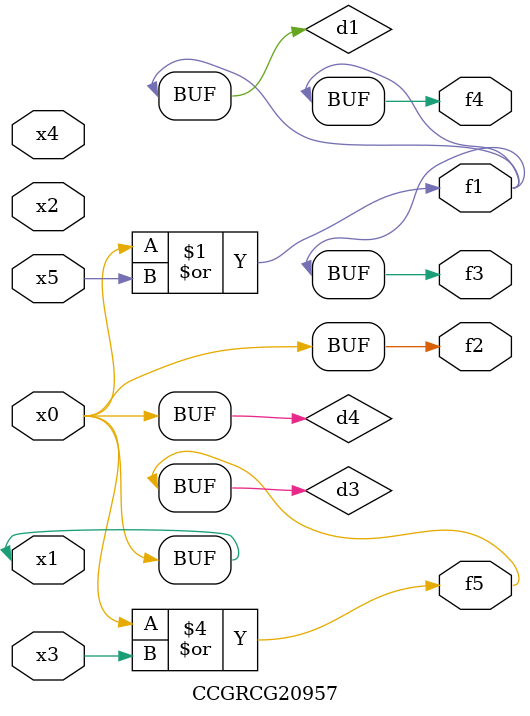
<source format=v>
module CCGRCG20957(
	input x0, x1, x2, x3, x4, x5,
	output f1, f2, f3, f4, f5
);

	wire d1, d2, d3, d4;

	or (d1, x0, x5);
	xnor (d2, x1, x4);
	or (d3, x0, x3);
	buf (d4, x0, x1);
	assign f1 = d1;
	assign f2 = d4;
	assign f3 = d1;
	assign f4 = d1;
	assign f5 = d3;
endmodule

</source>
